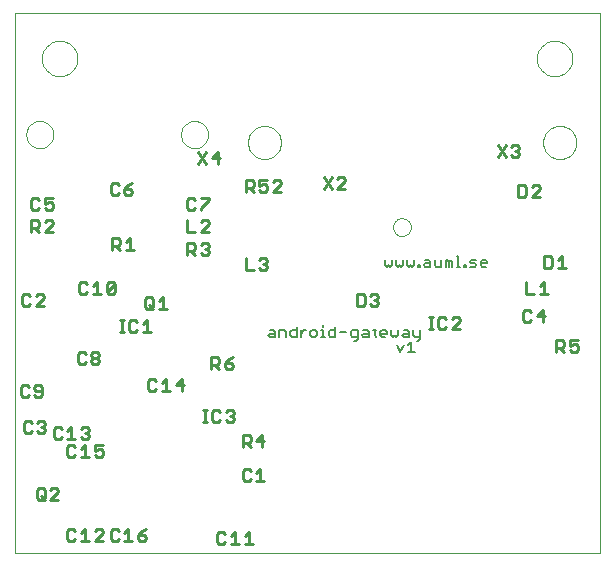
<source format=gto>
G75*
G70*
%OFA0B0*%
%FSLAX24Y24*%
%IPPOS*%
%LPD*%
%AMOC8*
5,1,8,0,0,1.08239X$1,22.5*
%
%ADD10C,0.0000*%
%ADD11C,0.0060*%
%ADD12C,0.0100*%
D10*
X003588Y000907D02*
X003588Y018907D01*
X023088Y018907D01*
X023088Y000907D01*
X003588Y000907D01*
X016202Y011786D02*
X016204Y011820D01*
X016210Y011854D01*
X016220Y011887D01*
X016233Y011918D01*
X016251Y011948D01*
X016271Y011976D01*
X016295Y012001D01*
X016321Y012023D01*
X016349Y012041D01*
X016380Y012057D01*
X016412Y012069D01*
X016446Y012077D01*
X016480Y012081D01*
X016514Y012081D01*
X016548Y012077D01*
X016582Y012069D01*
X016614Y012057D01*
X016644Y012041D01*
X016673Y012023D01*
X016699Y012001D01*
X016723Y011976D01*
X016743Y011948D01*
X016761Y011918D01*
X016774Y011887D01*
X016784Y011854D01*
X016790Y011820D01*
X016792Y011786D01*
X016790Y011752D01*
X016784Y011718D01*
X016774Y011685D01*
X016761Y011654D01*
X016743Y011624D01*
X016723Y011596D01*
X016699Y011571D01*
X016673Y011549D01*
X016645Y011531D01*
X016614Y011515D01*
X016582Y011503D01*
X016548Y011495D01*
X016514Y011491D01*
X016480Y011491D01*
X016446Y011495D01*
X016412Y011503D01*
X016380Y011515D01*
X016349Y011531D01*
X016321Y011549D01*
X016295Y011571D01*
X016271Y011596D01*
X016251Y011624D01*
X016233Y011654D01*
X016220Y011685D01*
X016210Y011718D01*
X016204Y011752D01*
X016202Y011786D01*
X011366Y014607D02*
X011368Y014654D01*
X011374Y014700D01*
X011384Y014746D01*
X011397Y014791D01*
X011415Y014834D01*
X011436Y014876D01*
X011460Y014916D01*
X011488Y014953D01*
X011519Y014988D01*
X011553Y015021D01*
X011589Y015050D01*
X011628Y015076D01*
X011669Y015099D01*
X011712Y015118D01*
X011756Y015134D01*
X011801Y015146D01*
X011847Y015154D01*
X011894Y015158D01*
X011940Y015158D01*
X011987Y015154D01*
X012033Y015146D01*
X012078Y015134D01*
X012122Y015118D01*
X012165Y015099D01*
X012206Y015076D01*
X012245Y015050D01*
X012281Y015021D01*
X012315Y014988D01*
X012346Y014953D01*
X012374Y014916D01*
X012398Y014876D01*
X012419Y014834D01*
X012437Y014791D01*
X012450Y014746D01*
X012460Y014700D01*
X012466Y014654D01*
X012468Y014607D01*
X012466Y014560D01*
X012460Y014514D01*
X012450Y014468D01*
X012437Y014423D01*
X012419Y014380D01*
X012398Y014338D01*
X012374Y014298D01*
X012346Y014261D01*
X012315Y014226D01*
X012281Y014193D01*
X012245Y014164D01*
X012206Y014138D01*
X012165Y014115D01*
X012122Y014096D01*
X012078Y014080D01*
X012033Y014068D01*
X011987Y014060D01*
X011940Y014056D01*
X011894Y014056D01*
X011847Y014060D01*
X011801Y014068D01*
X011756Y014080D01*
X011712Y014096D01*
X011669Y014115D01*
X011628Y014138D01*
X011589Y014164D01*
X011553Y014193D01*
X011519Y014226D01*
X011488Y014261D01*
X011460Y014298D01*
X011436Y014338D01*
X011415Y014380D01*
X011397Y014423D01*
X011384Y014468D01*
X011374Y014514D01*
X011368Y014560D01*
X011366Y014607D01*
X009133Y014870D02*
X009135Y014912D01*
X009141Y014954D01*
X009151Y014996D01*
X009164Y015036D01*
X009182Y015075D01*
X009203Y015112D01*
X009227Y015146D01*
X009255Y015179D01*
X009285Y015209D01*
X009318Y015235D01*
X009353Y015259D01*
X009391Y015279D01*
X009430Y015295D01*
X009470Y015308D01*
X009512Y015317D01*
X009554Y015322D01*
X009597Y015323D01*
X009639Y015320D01*
X009681Y015313D01*
X009722Y015302D01*
X009762Y015287D01*
X009800Y015269D01*
X009837Y015247D01*
X009871Y015222D01*
X009903Y015194D01*
X009931Y015163D01*
X009957Y015129D01*
X009980Y015093D01*
X009999Y015056D01*
X010015Y015016D01*
X010027Y014975D01*
X010035Y014934D01*
X010039Y014891D01*
X010039Y014849D01*
X010035Y014806D01*
X010027Y014765D01*
X010015Y014724D01*
X009999Y014684D01*
X009980Y014647D01*
X009957Y014611D01*
X009931Y014577D01*
X009903Y014546D01*
X009871Y014518D01*
X009837Y014493D01*
X009800Y014471D01*
X009762Y014453D01*
X009722Y014438D01*
X009681Y014427D01*
X009639Y014420D01*
X009597Y014417D01*
X009554Y014418D01*
X009512Y014423D01*
X009470Y014432D01*
X009430Y014445D01*
X009391Y014461D01*
X009353Y014481D01*
X009318Y014505D01*
X009285Y014531D01*
X009255Y014561D01*
X009227Y014594D01*
X009203Y014628D01*
X009182Y014665D01*
X009164Y014704D01*
X009151Y014744D01*
X009141Y014786D01*
X009135Y014828D01*
X009133Y014870D01*
X004497Y017407D02*
X004499Y017455D01*
X004505Y017503D01*
X004515Y017550D01*
X004528Y017596D01*
X004546Y017641D01*
X004566Y017685D01*
X004591Y017727D01*
X004619Y017766D01*
X004649Y017803D01*
X004683Y017837D01*
X004720Y017869D01*
X004758Y017898D01*
X004799Y017923D01*
X004842Y017945D01*
X004887Y017963D01*
X004933Y017977D01*
X004980Y017988D01*
X005028Y017995D01*
X005076Y017998D01*
X005124Y017997D01*
X005172Y017992D01*
X005220Y017983D01*
X005266Y017971D01*
X005311Y017954D01*
X005355Y017934D01*
X005397Y017911D01*
X005437Y017884D01*
X005475Y017854D01*
X005510Y017821D01*
X005542Y017785D01*
X005572Y017747D01*
X005598Y017706D01*
X005620Y017663D01*
X005640Y017619D01*
X005655Y017574D01*
X005667Y017527D01*
X005675Y017479D01*
X005679Y017431D01*
X005679Y017383D01*
X005675Y017335D01*
X005667Y017287D01*
X005655Y017240D01*
X005640Y017195D01*
X005620Y017151D01*
X005598Y017108D01*
X005572Y017067D01*
X005542Y017029D01*
X005510Y016993D01*
X005475Y016960D01*
X005437Y016930D01*
X005397Y016903D01*
X005355Y016880D01*
X005311Y016860D01*
X005266Y016843D01*
X005220Y016831D01*
X005172Y016822D01*
X005124Y016817D01*
X005076Y016816D01*
X005028Y016819D01*
X004980Y016826D01*
X004933Y016837D01*
X004887Y016851D01*
X004842Y016869D01*
X004799Y016891D01*
X004758Y016916D01*
X004720Y016945D01*
X004683Y016977D01*
X004649Y017011D01*
X004619Y017048D01*
X004591Y017087D01*
X004566Y017129D01*
X004546Y017173D01*
X004528Y017218D01*
X004515Y017264D01*
X004505Y017311D01*
X004499Y017359D01*
X004497Y017407D01*
X003976Y014870D02*
X003978Y014912D01*
X003984Y014954D01*
X003994Y014996D01*
X004007Y015036D01*
X004025Y015075D01*
X004046Y015112D01*
X004070Y015146D01*
X004098Y015179D01*
X004128Y015209D01*
X004161Y015235D01*
X004196Y015259D01*
X004234Y015279D01*
X004273Y015295D01*
X004313Y015308D01*
X004355Y015317D01*
X004397Y015322D01*
X004440Y015323D01*
X004482Y015320D01*
X004524Y015313D01*
X004565Y015302D01*
X004605Y015287D01*
X004643Y015269D01*
X004680Y015247D01*
X004714Y015222D01*
X004746Y015194D01*
X004774Y015163D01*
X004800Y015129D01*
X004823Y015093D01*
X004842Y015056D01*
X004858Y015016D01*
X004870Y014975D01*
X004878Y014934D01*
X004882Y014891D01*
X004882Y014849D01*
X004878Y014806D01*
X004870Y014765D01*
X004858Y014724D01*
X004842Y014684D01*
X004823Y014647D01*
X004800Y014611D01*
X004774Y014577D01*
X004746Y014546D01*
X004714Y014518D01*
X004680Y014493D01*
X004643Y014471D01*
X004605Y014453D01*
X004565Y014438D01*
X004524Y014427D01*
X004482Y014420D01*
X004440Y014417D01*
X004397Y014418D01*
X004355Y014423D01*
X004313Y014432D01*
X004273Y014445D01*
X004234Y014461D01*
X004196Y014481D01*
X004161Y014505D01*
X004128Y014531D01*
X004098Y014561D01*
X004070Y014594D01*
X004046Y014628D01*
X004025Y014665D01*
X004007Y014704D01*
X003994Y014744D01*
X003984Y014786D01*
X003978Y014828D01*
X003976Y014870D01*
X021208Y014607D02*
X021210Y014654D01*
X021216Y014700D01*
X021226Y014746D01*
X021239Y014791D01*
X021257Y014834D01*
X021278Y014876D01*
X021302Y014916D01*
X021330Y014953D01*
X021361Y014988D01*
X021395Y015021D01*
X021431Y015050D01*
X021470Y015076D01*
X021511Y015099D01*
X021554Y015118D01*
X021598Y015134D01*
X021643Y015146D01*
X021689Y015154D01*
X021736Y015158D01*
X021782Y015158D01*
X021829Y015154D01*
X021875Y015146D01*
X021920Y015134D01*
X021964Y015118D01*
X022007Y015099D01*
X022048Y015076D01*
X022087Y015050D01*
X022123Y015021D01*
X022157Y014988D01*
X022188Y014953D01*
X022216Y014916D01*
X022240Y014876D01*
X022261Y014834D01*
X022279Y014791D01*
X022292Y014746D01*
X022302Y014700D01*
X022308Y014654D01*
X022310Y014607D01*
X022308Y014560D01*
X022302Y014514D01*
X022292Y014468D01*
X022279Y014423D01*
X022261Y014380D01*
X022240Y014338D01*
X022216Y014298D01*
X022188Y014261D01*
X022157Y014226D01*
X022123Y014193D01*
X022087Y014164D01*
X022048Y014138D01*
X022007Y014115D01*
X021964Y014096D01*
X021920Y014080D01*
X021875Y014068D01*
X021829Y014060D01*
X021782Y014056D01*
X021736Y014056D01*
X021689Y014060D01*
X021643Y014068D01*
X021598Y014080D01*
X021554Y014096D01*
X021511Y014115D01*
X021470Y014138D01*
X021431Y014164D01*
X021395Y014193D01*
X021361Y014226D01*
X021330Y014261D01*
X021302Y014298D01*
X021278Y014338D01*
X021257Y014380D01*
X021239Y014423D01*
X021226Y014468D01*
X021216Y014514D01*
X021210Y014560D01*
X021208Y014607D01*
X020997Y017407D02*
X020999Y017455D01*
X021005Y017503D01*
X021015Y017550D01*
X021028Y017596D01*
X021046Y017641D01*
X021066Y017685D01*
X021091Y017727D01*
X021119Y017766D01*
X021149Y017803D01*
X021183Y017837D01*
X021220Y017869D01*
X021258Y017898D01*
X021299Y017923D01*
X021342Y017945D01*
X021387Y017963D01*
X021433Y017977D01*
X021480Y017988D01*
X021528Y017995D01*
X021576Y017998D01*
X021624Y017997D01*
X021672Y017992D01*
X021720Y017983D01*
X021766Y017971D01*
X021811Y017954D01*
X021855Y017934D01*
X021897Y017911D01*
X021937Y017884D01*
X021975Y017854D01*
X022010Y017821D01*
X022042Y017785D01*
X022072Y017747D01*
X022098Y017706D01*
X022120Y017663D01*
X022140Y017619D01*
X022155Y017574D01*
X022167Y017527D01*
X022175Y017479D01*
X022179Y017431D01*
X022179Y017383D01*
X022175Y017335D01*
X022167Y017287D01*
X022155Y017240D01*
X022140Y017195D01*
X022120Y017151D01*
X022098Y017108D01*
X022072Y017067D01*
X022042Y017029D01*
X022010Y016993D01*
X021975Y016960D01*
X021937Y016930D01*
X021897Y016903D01*
X021855Y016880D01*
X021811Y016860D01*
X021766Y016843D01*
X021720Y016831D01*
X021672Y016822D01*
X021624Y016817D01*
X021576Y016816D01*
X021528Y016819D01*
X021480Y016826D01*
X021433Y016837D01*
X021387Y016851D01*
X021342Y016869D01*
X021299Y016891D01*
X021258Y016916D01*
X021220Y016945D01*
X021183Y016977D01*
X021149Y017011D01*
X021119Y017048D01*
X021091Y017087D01*
X021066Y017129D01*
X021046Y017173D01*
X021028Y017218D01*
X021015Y017264D01*
X021005Y017311D01*
X020999Y017359D01*
X020997Y017407D01*
D11*
X019290Y010694D02*
X019177Y010694D01*
X019120Y010637D01*
X019120Y010524D01*
X019177Y010467D01*
X019290Y010467D01*
X019347Y010581D02*
X019120Y010581D01*
X018979Y010524D02*
X018922Y010581D01*
X018808Y010581D01*
X018752Y010637D01*
X018808Y010694D01*
X018979Y010694D01*
X018979Y010524D02*
X018922Y010467D01*
X018752Y010467D01*
X018624Y010467D02*
X018568Y010467D01*
X018568Y010524D01*
X018624Y010524D01*
X018624Y010467D01*
X018435Y010467D02*
X018322Y010467D01*
X018379Y010467D02*
X018379Y010807D01*
X018322Y010807D01*
X018181Y010637D02*
X018181Y010467D01*
X018067Y010467D02*
X018067Y010637D01*
X018124Y010694D01*
X018181Y010637D01*
X018067Y010637D02*
X018010Y010694D01*
X017954Y010694D01*
X017954Y010467D01*
X017812Y010467D02*
X017812Y010694D01*
X017585Y010694D02*
X017585Y010524D01*
X017642Y010467D01*
X017812Y010467D01*
X017444Y010467D02*
X017274Y010467D01*
X017217Y010524D01*
X017274Y010581D01*
X017444Y010581D01*
X017444Y010637D02*
X017444Y010467D01*
X017444Y010637D02*
X017387Y010694D01*
X017274Y010694D01*
X017090Y010524D02*
X017090Y010467D01*
X017033Y010467D01*
X017033Y010524D01*
X017090Y010524D01*
X016891Y010524D02*
X016891Y010694D01*
X016891Y010524D02*
X016835Y010467D01*
X016778Y010524D01*
X016721Y010467D01*
X016665Y010524D01*
X016665Y010694D01*
X016523Y010694D02*
X016523Y010524D01*
X016466Y010467D01*
X016410Y010524D01*
X016353Y010467D01*
X016296Y010524D01*
X016296Y010694D01*
X016155Y010694D02*
X016155Y010524D01*
X016098Y010467D01*
X016041Y010524D01*
X015985Y010467D01*
X015928Y010524D01*
X015928Y010694D01*
X013865Y008514D02*
X013865Y008457D01*
X013865Y008344D02*
X013865Y008117D01*
X013808Y008117D02*
X013922Y008117D01*
X014054Y008174D02*
X014054Y008287D01*
X014110Y008344D01*
X014281Y008344D01*
X014281Y008457D02*
X014281Y008117D01*
X014110Y008117D01*
X014054Y008174D01*
X013865Y008344D02*
X013808Y008344D01*
X013667Y008287D02*
X013610Y008344D01*
X013497Y008344D01*
X013440Y008287D01*
X013440Y008174D01*
X013497Y008117D01*
X013610Y008117D01*
X013667Y008174D01*
X013667Y008287D01*
X013303Y008344D02*
X013246Y008344D01*
X013133Y008231D01*
X013133Y008344D02*
X013133Y008117D01*
X012991Y008117D02*
X012821Y008117D01*
X012765Y008174D01*
X012765Y008287D01*
X012821Y008344D01*
X012991Y008344D01*
X012991Y008457D02*
X012991Y008117D01*
X012623Y008117D02*
X012623Y008287D01*
X012566Y008344D01*
X012396Y008344D01*
X012396Y008117D01*
X012255Y008117D02*
X012085Y008117D01*
X012028Y008174D01*
X012085Y008231D01*
X012255Y008231D01*
X012255Y008287D02*
X012255Y008117D01*
X012255Y008287D02*
X012198Y008344D01*
X012085Y008344D01*
X014422Y008287D02*
X014649Y008287D01*
X014790Y008287D02*
X014790Y008174D01*
X014847Y008117D01*
X015017Y008117D01*
X015017Y008060D02*
X015017Y008344D01*
X014847Y008344D01*
X014790Y008287D01*
X014904Y008004D02*
X014960Y008004D01*
X015017Y008060D01*
X015159Y008174D02*
X015215Y008231D01*
X015385Y008231D01*
X015385Y008287D02*
X015385Y008117D01*
X015215Y008117D01*
X015159Y008174D01*
X015215Y008344D02*
X015329Y008344D01*
X015385Y008287D01*
X015527Y008344D02*
X015640Y008344D01*
X015584Y008401D02*
X015584Y008174D01*
X015640Y008117D01*
X015772Y008174D02*
X015772Y008287D01*
X015829Y008344D01*
X015943Y008344D01*
X015999Y008287D01*
X015999Y008231D01*
X015772Y008231D01*
X015772Y008174D02*
X015829Y008117D01*
X015943Y008117D01*
X016141Y008174D02*
X016141Y008344D01*
X016141Y008174D02*
X016197Y008117D01*
X016254Y008174D01*
X016311Y008117D01*
X016368Y008174D01*
X016368Y008344D01*
X016566Y008344D02*
X016679Y008344D01*
X016736Y008287D01*
X016736Y008117D01*
X016566Y008117D01*
X016509Y008174D01*
X016566Y008231D01*
X016736Y008231D01*
X016877Y008174D02*
X016877Y008344D01*
X016877Y008174D02*
X016934Y008117D01*
X017104Y008117D01*
X017104Y008060D02*
X017047Y008004D01*
X016991Y008004D01*
X017104Y008060D02*
X017104Y008344D01*
X016810Y007957D02*
X016810Y007617D01*
X016923Y007617D02*
X016696Y007617D01*
X016696Y007844D02*
X016810Y007957D01*
X016555Y007844D02*
X016441Y007617D01*
X016328Y007844D01*
X019347Y010581D02*
X019347Y010637D01*
X019290Y010694D01*
D12*
X020638Y009957D02*
X020638Y009557D01*
X020905Y009557D01*
X021098Y009557D02*
X021365Y009557D01*
X021232Y009557D02*
X021232Y009957D01*
X021098Y009824D01*
X021229Y010425D02*
X021429Y010425D01*
X021496Y010492D01*
X021496Y010759D01*
X021429Y010826D01*
X021229Y010826D01*
X021229Y010425D01*
X021689Y010425D02*
X021956Y010425D01*
X021823Y010425D02*
X021823Y010826D01*
X021689Y010692D01*
X021199Y009007D02*
X020998Y008807D01*
X021265Y008807D01*
X021199Y008607D02*
X021199Y009007D01*
X020805Y008941D02*
X020738Y009007D01*
X020605Y009007D01*
X020538Y008941D01*
X020538Y008674D01*
X020605Y008607D01*
X020738Y008607D01*
X020805Y008674D01*
X021638Y008007D02*
X021838Y008007D01*
X021905Y007941D01*
X021905Y007807D01*
X021838Y007741D01*
X021638Y007741D01*
X021771Y007741D02*
X021905Y007607D01*
X022098Y007674D02*
X022165Y007607D01*
X022299Y007607D01*
X022365Y007674D01*
X022365Y007807D01*
X022299Y007874D01*
X022232Y007874D01*
X022098Y007807D01*
X022098Y008007D01*
X022365Y008007D01*
X021638Y008007D02*
X021638Y007607D01*
X018422Y008377D02*
X018155Y008377D01*
X018422Y008644D01*
X018422Y008711D01*
X018355Y008777D01*
X018222Y008777D01*
X018155Y008711D01*
X017962Y008711D02*
X017895Y008777D01*
X017762Y008777D01*
X017695Y008711D01*
X017695Y008444D01*
X017762Y008377D01*
X017895Y008377D01*
X017962Y008444D01*
X017521Y008377D02*
X017388Y008377D01*
X017455Y008377D02*
X017455Y008777D01*
X017521Y008777D02*
X017388Y008777D01*
X015715Y009224D02*
X015649Y009157D01*
X015515Y009157D01*
X015448Y009224D01*
X015582Y009357D02*
X015649Y009357D01*
X015715Y009291D01*
X015715Y009224D01*
X015649Y009357D02*
X015715Y009424D01*
X015715Y009491D01*
X015649Y009557D01*
X015515Y009557D01*
X015448Y009491D01*
X015255Y009491D02*
X015255Y009224D01*
X015188Y009157D01*
X014988Y009157D01*
X014988Y009557D01*
X015188Y009557D01*
X015255Y009491D01*
X012015Y010424D02*
X011949Y010357D01*
X011815Y010357D01*
X011748Y010424D01*
X011882Y010557D02*
X011949Y010557D01*
X012015Y010491D01*
X012015Y010424D01*
X011949Y010557D02*
X012015Y010624D01*
X012015Y010691D01*
X011949Y010757D01*
X011815Y010757D01*
X011748Y010691D01*
X011288Y010757D02*
X011288Y010357D01*
X011555Y010357D01*
X010065Y010924D02*
X009999Y010857D01*
X009865Y010857D01*
X009798Y010924D01*
X009932Y011057D02*
X009999Y011057D01*
X010065Y010991D01*
X010065Y010924D01*
X009999Y011057D02*
X010065Y011124D01*
X010065Y011191D01*
X009999Y011257D01*
X009865Y011257D01*
X009798Y011191D01*
X009605Y011191D02*
X009605Y011057D01*
X009538Y010991D01*
X009338Y010991D01*
X009471Y010991D02*
X009605Y010857D01*
X009338Y010857D02*
X009338Y011257D01*
X009538Y011257D01*
X009605Y011191D01*
X009605Y011607D02*
X009338Y011607D01*
X009338Y012007D01*
X009405Y012357D02*
X009338Y012424D01*
X009338Y012691D01*
X009405Y012757D01*
X009538Y012757D01*
X009605Y012691D01*
X009798Y012757D02*
X010065Y012757D01*
X010065Y012691D01*
X009798Y012424D01*
X009798Y012357D01*
X009605Y012424D02*
X009538Y012357D01*
X009405Y012357D01*
X009798Y011941D02*
X009865Y012007D01*
X009999Y012007D01*
X010065Y011941D01*
X010065Y011874D01*
X009798Y011607D01*
X010065Y011607D01*
X011288Y012957D02*
X011288Y013357D01*
X011488Y013357D01*
X011555Y013291D01*
X011555Y013157D01*
X011488Y013091D01*
X011288Y013091D01*
X011421Y013091D02*
X011555Y012957D01*
X011748Y013024D02*
X011815Y012957D01*
X011949Y012957D01*
X012015Y013024D01*
X012015Y013157D01*
X011949Y013224D01*
X011882Y013224D01*
X011748Y013157D01*
X011748Y013357D01*
X012015Y013357D01*
X012209Y013291D02*
X012275Y013357D01*
X012409Y013357D01*
X012476Y013291D01*
X012476Y013224D01*
X012209Y012957D01*
X012476Y012957D01*
X013888Y013057D02*
X014155Y013457D01*
X014348Y013391D02*
X014415Y013457D01*
X014549Y013457D01*
X014615Y013391D01*
X014615Y013324D01*
X014348Y013057D01*
X014615Y013057D01*
X014155Y013057D02*
X013888Y013457D01*
X010440Y014076D02*
X010174Y014076D01*
X010374Y014276D01*
X010374Y013876D01*
X009980Y013876D02*
X009713Y014276D01*
X009980Y014276D02*
X009713Y013876D01*
X007515Y013257D02*
X007382Y013191D01*
X007248Y013057D01*
X007449Y013057D01*
X007515Y012991D01*
X007515Y012924D01*
X007449Y012857D01*
X007315Y012857D01*
X007248Y012924D01*
X007248Y013057D01*
X007055Y012924D02*
X006988Y012857D01*
X006855Y012857D01*
X006788Y012924D01*
X006788Y013191D01*
X006855Y013257D01*
X006988Y013257D01*
X007055Y013191D01*
X007038Y011407D02*
X006838Y011407D01*
X006838Y011007D01*
X006838Y011141D02*
X007038Y011141D01*
X007105Y011207D01*
X007105Y011341D01*
X007038Y011407D01*
X006971Y011141D02*
X007105Y011007D01*
X007298Y011007D02*
X007565Y011007D01*
X007432Y011007D02*
X007432Y011407D01*
X007298Y011274D01*
X006859Y009957D02*
X006926Y009891D01*
X006659Y009624D01*
X006725Y009557D01*
X006859Y009557D01*
X006926Y009624D01*
X006926Y009891D01*
X006859Y009957D02*
X006725Y009957D01*
X006659Y009891D01*
X006659Y009624D01*
X006465Y009557D02*
X006198Y009557D01*
X006332Y009557D02*
X006332Y009957D01*
X006198Y009824D01*
X006005Y009891D02*
X005938Y009957D01*
X005805Y009957D01*
X005738Y009891D01*
X005738Y009624D01*
X005805Y009557D01*
X005938Y009557D01*
X006005Y009624D01*
X007088Y008677D02*
X007221Y008677D01*
X007155Y008677D02*
X007155Y008277D01*
X007221Y008277D02*
X007088Y008277D01*
X007395Y008344D02*
X007462Y008277D01*
X007595Y008277D01*
X007662Y008344D01*
X007855Y008277D02*
X008122Y008277D01*
X007989Y008277D02*
X007989Y008677D01*
X007855Y008544D01*
X007662Y008611D02*
X007595Y008677D01*
X007462Y008677D01*
X007395Y008611D01*
X007395Y008344D01*
X008005Y009057D02*
X007938Y009124D01*
X007938Y009391D01*
X008005Y009457D01*
X008138Y009457D01*
X008205Y009391D01*
X008205Y009124D01*
X008138Y009057D01*
X008005Y009057D01*
X008071Y009191D02*
X008205Y009057D01*
X008398Y009057D02*
X008665Y009057D01*
X008532Y009057D02*
X008532Y009457D01*
X008398Y009324D01*
X010138Y007457D02*
X010338Y007457D01*
X010405Y007391D01*
X010405Y007257D01*
X010338Y007191D01*
X010138Y007191D01*
X010271Y007191D02*
X010405Y007057D01*
X010598Y007124D02*
X010598Y007257D01*
X010799Y007257D01*
X010865Y007191D01*
X010865Y007124D01*
X010799Y007057D01*
X010665Y007057D01*
X010598Y007124D01*
X010598Y007257D02*
X010732Y007391D01*
X010865Y007457D01*
X010138Y007457D02*
X010138Y007057D01*
X009159Y006707D02*
X009159Y006307D01*
X009226Y006507D02*
X008959Y006507D01*
X009159Y006707D01*
X008632Y006707D02*
X008632Y006307D01*
X008765Y006307D02*
X008498Y006307D01*
X008305Y006374D02*
X008238Y006307D01*
X008105Y006307D01*
X008038Y006374D01*
X008038Y006641D01*
X008105Y006707D01*
X008238Y006707D01*
X008305Y006641D01*
X008498Y006574D02*
X008632Y006707D01*
X009857Y005676D02*
X009990Y005676D01*
X009924Y005676D02*
X009924Y005276D01*
X009990Y005276D02*
X009857Y005276D01*
X010164Y005342D02*
X010164Y005609D01*
X010231Y005676D01*
X010364Y005676D01*
X010431Y005609D01*
X010624Y005609D02*
X010691Y005676D01*
X010824Y005676D01*
X010891Y005609D01*
X010891Y005542D01*
X010824Y005476D01*
X010891Y005409D01*
X010891Y005342D01*
X010824Y005276D01*
X010691Y005276D01*
X010624Y005342D01*
X010758Y005476D02*
X010824Y005476D01*
X010431Y005342D02*
X010364Y005276D01*
X010231Y005276D01*
X010164Y005342D01*
X011188Y004857D02*
X011188Y004457D01*
X011188Y004591D02*
X011388Y004591D01*
X011455Y004657D01*
X011455Y004791D01*
X011388Y004857D01*
X011188Y004857D01*
X011321Y004591D02*
X011455Y004457D01*
X011648Y004657D02*
X011915Y004657D01*
X011849Y004457D02*
X011849Y004857D01*
X011648Y004657D01*
X011782Y003707D02*
X011782Y003307D01*
X011915Y003307D02*
X011648Y003307D01*
X011455Y003374D02*
X011388Y003307D01*
X011255Y003307D01*
X011188Y003374D01*
X011188Y003641D01*
X011255Y003707D01*
X011388Y003707D01*
X011455Y003641D01*
X011648Y003574D02*
X011782Y003707D01*
X011392Y001607D02*
X011392Y001207D01*
X011259Y001207D02*
X011526Y001207D01*
X011259Y001474D02*
X011392Y001607D01*
X010932Y001607D02*
X010932Y001207D01*
X011065Y001207D02*
X010798Y001207D01*
X010605Y001274D02*
X010538Y001207D01*
X010405Y001207D01*
X010338Y001274D01*
X010338Y001541D01*
X010405Y001607D01*
X010538Y001607D01*
X010605Y001541D01*
X010798Y001474D02*
X010932Y001607D01*
X007976Y001707D02*
X007842Y001641D01*
X007709Y001507D01*
X007909Y001507D01*
X007976Y001441D01*
X007976Y001374D01*
X007909Y001307D01*
X007775Y001307D01*
X007709Y001374D01*
X007709Y001507D01*
X007515Y001307D02*
X007248Y001307D01*
X007382Y001307D02*
X007382Y001707D01*
X007248Y001574D01*
X007055Y001641D02*
X006988Y001707D01*
X006855Y001707D01*
X006788Y001641D01*
X006788Y001374D01*
X006855Y001307D01*
X006988Y001307D01*
X007055Y001374D01*
X006526Y001307D02*
X006259Y001307D01*
X006526Y001574D01*
X006526Y001641D01*
X006459Y001707D01*
X006325Y001707D01*
X006259Y001641D01*
X005932Y001707D02*
X005932Y001307D01*
X006065Y001307D02*
X005798Y001307D01*
X005605Y001374D02*
X005538Y001307D01*
X005405Y001307D01*
X005338Y001374D01*
X005338Y001641D01*
X005405Y001707D01*
X005538Y001707D01*
X005605Y001641D01*
X005798Y001574D02*
X005932Y001707D01*
X005046Y002704D02*
X004779Y002704D01*
X005046Y002971D01*
X005046Y003038D01*
X004979Y003104D01*
X004845Y003104D01*
X004779Y003038D01*
X004585Y003038D02*
X004585Y002771D01*
X004519Y002704D01*
X004385Y002704D01*
X004318Y002771D01*
X004318Y003038D01*
X004385Y003104D01*
X004519Y003104D01*
X004585Y003038D01*
X004452Y002837D02*
X004585Y002704D01*
X005405Y004107D02*
X005538Y004107D01*
X005605Y004174D01*
X005798Y004107D02*
X006065Y004107D01*
X005932Y004107D02*
X005932Y004507D01*
X005798Y004374D01*
X005605Y004441D02*
X005538Y004507D01*
X005405Y004507D01*
X005338Y004441D01*
X005338Y004174D01*
X005405Y004107D01*
X005348Y004707D02*
X005615Y004707D01*
X005482Y004707D02*
X005482Y005107D01*
X005348Y004974D01*
X005155Y005041D02*
X005088Y005107D01*
X004955Y005107D01*
X004888Y005041D01*
X004888Y004774D01*
X004955Y004707D01*
X005088Y004707D01*
X005155Y004774D01*
X004615Y004974D02*
X004615Y005041D01*
X004549Y005107D01*
X004482Y005107D01*
X004549Y005107D02*
X004615Y005174D01*
X004615Y005241D01*
X004549Y005307D01*
X004415Y005307D01*
X004348Y005241D01*
X004155Y005241D02*
X004088Y005307D01*
X003955Y005307D01*
X003888Y005241D01*
X003888Y004974D01*
X003955Y004907D01*
X004088Y004907D01*
X004155Y004974D01*
X004348Y004974D02*
X004415Y004907D01*
X004549Y004907D01*
X004615Y004974D01*
X005809Y005041D02*
X005875Y005107D01*
X006009Y005107D01*
X006076Y005041D01*
X006076Y004974D01*
X006009Y004907D01*
X006076Y004841D01*
X006076Y004774D01*
X006009Y004707D01*
X005875Y004707D01*
X005809Y004774D01*
X005942Y004907D02*
X006009Y004907D01*
X006259Y004507D02*
X006259Y004307D01*
X006392Y004374D01*
X006459Y004374D01*
X006526Y004307D01*
X006526Y004174D01*
X006459Y004107D01*
X006325Y004107D01*
X006259Y004174D01*
X006259Y004507D02*
X006526Y004507D01*
X004515Y006174D02*
X004515Y006441D01*
X004449Y006507D01*
X004315Y006507D01*
X004248Y006441D01*
X004248Y006374D01*
X004315Y006307D01*
X004515Y006307D01*
X004515Y006174D02*
X004449Y006107D01*
X004315Y006107D01*
X004248Y006174D01*
X004055Y006174D02*
X003988Y006107D01*
X003855Y006107D01*
X003788Y006174D01*
X003788Y006441D01*
X003855Y006507D01*
X003988Y006507D01*
X004055Y006441D01*
X005688Y007274D02*
X005755Y007207D01*
X005888Y007207D01*
X005955Y007274D01*
X006148Y007274D02*
X006148Y007341D01*
X006215Y007407D01*
X006349Y007407D01*
X006415Y007341D01*
X006415Y007274D01*
X006349Y007207D01*
X006215Y007207D01*
X006148Y007274D01*
X006215Y007407D02*
X006148Y007474D01*
X006148Y007541D01*
X006215Y007607D01*
X006349Y007607D01*
X006415Y007541D01*
X006415Y007474D01*
X006349Y007407D01*
X005955Y007541D02*
X005888Y007607D01*
X005755Y007607D01*
X005688Y007541D01*
X005688Y007274D01*
X004565Y009157D02*
X004298Y009157D01*
X004565Y009424D01*
X004565Y009491D01*
X004499Y009557D01*
X004365Y009557D01*
X004298Y009491D01*
X004105Y009491D02*
X004038Y009557D01*
X003905Y009557D01*
X003838Y009491D01*
X003838Y009224D01*
X003905Y009157D01*
X004038Y009157D01*
X004105Y009224D01*
X004138Y011607D02*
X004138Y012007D01*
X004338Y012007D01*
X004405Y011941D01*
X004405Y011807D01*
X004338Y011741D01*
X004138Y011741D01*
X004271Y011741D02*
X004405Y011607D01*
X004598Y011607D02*
X004865Y011874D01*
X004865Y011941D01*
X004799Y012007D01*
X004665Y012007D01*
X004598Y011941D01*
X004598Y011607D02*
X004865Y011607D01*
X004799Y012357D02*
X004665Y012357D01*
X004598Y012424D01*
X004598Y012557D02*
X004732Y012624D01*
X004799Y012624D01*
X004865Y012557D01*
X004865Y012424D01*
X004799Y012357D01*
X004598Y012557D02*
X004598Y012757D01*
X004865Y012757D01*
X004405Y012691D02*
X004338Y012757D01*
X004205Y012757D01*
X004138Y012691D01*
X004138Y012424D01*
X004205Y012357D01*
X004338Y012357D01*
X004405Y012424D01*
X019688Y014107D02*
X019955Y014507D01*
X020148Y014441D02*
X020215Y014507D01*
X020349Y014507D01*
X020415Y014441D01*
X020415Y014374D01*
X020349Y014307D01*
X020415Y014241D01*
X020415Y014174D01*
X020349Y014107D01*
X020215Y014107D01*
X020148Y014174D01*
X020282Y014307D02*
X020349Y014307D01*
X019955Y014107D02*
X019688Y014507D01*
X020376Y013180D02*
X020576Y013180D01*
X020643Y013113D01*
X020643Y012846D01*
X020576Y012780D01*
X020376Y012780D01*
X020376Y013180D01*
X020837Y013113D02*
X020903Y013180D01*
X021037Y013180D01*
X021103Y013113D01*
X021103Y013046D01*
X020837Y012780D01*
X021103Y012780D01*
M02*

</source>
